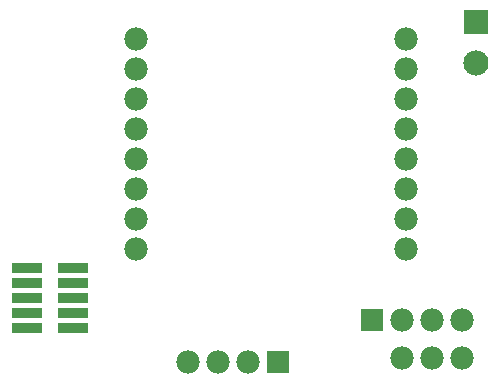
<source format=gbr>
G04 EAGLE Gerber X2 export*
%TF.Part,Single*%
%TF.FileFunction,Soldermask,Top,1*%
%TF.FilePolarity,Negative*%
%TF.GenerationSoftware,Autodesk,EAGLE,8.6.0*%
%TF.CreationDate,2018-11-20T04:50:41Z*%
G75*
%MOMM*%
%FSLAX34Y34*%
%LPD*%
%AMOC8*
5,1,8,0,0,1.08239X$1,22.5*%
G01*
%ADD10R,1.981200X1.981200*%
%ADD11C,1.981200*%
%ADD12R,2.501600X0.851600*%
%ADD13R,2.133600X2.133600*%
%ADD14C,2.133600*%


D10*
X324358Y52832D03*
D11*
X349758Y52832D03*
X375158Y52832D03*
X400558Y52832D03*
D10*
X244856Y17018D03*
D11*
X219456Y17018D03*
X194056Y17018D03*
X168656Y17018D03*
X124714Y113030D03*
X124714Y138430D03*
X124714Y163830D03*
X124714Y189230D03*
X124714Y214630D03*
X124714Y240030D03*
X124714Y265430D03*
X124714Y290830D03*
X353314Y290830D03*
X353314Y265430D03*
X353314Y240030D03*
X353314Y214630D03*
X353314Y189230D03*
X353314Y163830D03*
X353314Y138430D03*
X353314Y113030D03*
D12*
X71062Y46228D03*
X32062Y46228D03*
X71062Y58928D03*
X32062Y58928D03*
X71062Y71628D03*
X32062Y71628D03*
X71062Y84328D03*
X32062Y84328D03*
X71062Y97028D03*
X32062Y97028D03*
D11*
X400558Y20574D03*
X375158Y20574D03*
X349758Y20574D03*
D13*
X412242Y305054D03*
D14*
X412242Y270054D03*
M02*

</source>
